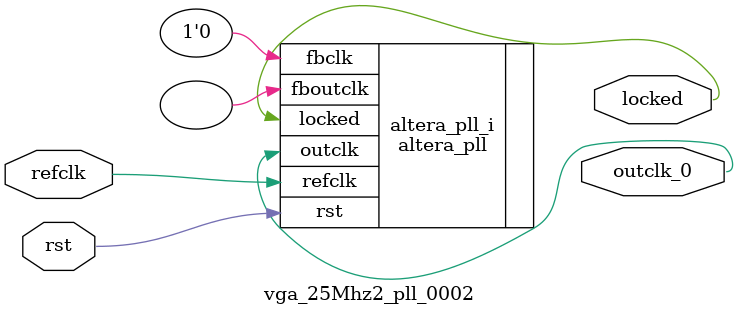
<source format=v>
`timescale 1ns/10ps
module  vga_25Mhz2_pll_0002(

	// interface 'refclk'
	input wire refclk,

	// interface 'reset'
	input wire rst,

	// interface 'outclk0'
	output wire outclk_0,

	// interface 'locked'
	output wire locked
);

	altera_pll #(
		.fractional_vco_multiplier("false"),
		.reference_clock_frequency("50.0 MHz"),
		.operation_mode("direct"),
		.number_of_clocks(1),
		.output_clock_frequency0("25.200000 MHz"),
		.phase_shift0("0 ps"),
		.duty_cycle0(50),
		.output_clock_frequency1("0 MHz"),
		.phase_shift1("0 ps"),
		.duty_cycle1(50),
		.output_clock_frequency2("0 MHz"),
		.phase_shift2("0 ps"),
		.duty_cycle2(50),
		.output_clock_frequency3("0 MHz"),
		.phase_shift3("0 ps"),
		.duty_cycle3(50),
		.output_clock_frequency4("0 MHz"),
		.phase_shift4("0 ps"),
		.duty_cycle4(50),
		.output_clock_frequency5("0 MHz"),
		.phase_shift5("0 ps"),
		.duty_cycle5(50),
		.output_clock_frequency6("0 MHz"),
		.phase_shift6("0 ps"),
		.duty_cycle6(50),
		.output_clock_frequency7("0 MHz"),
		.phase_shift7("0 ps"),
		.duty_cycle7(50),
		.output_clock_frequency8("0 MHz"),
		.phase_shift8("0 ps"),
		.duty_cycle8(50),
		.output_clock_frequency9("0 MHz"),
		.phase_shift9("0 ps"),
		.duty_cycle9(50),
		.output_clock_frequency10("0 MHz"),
		.phase_shift10("0 ps"),
		.duty_cycle10(50),
		.output_clock_frequency11("0 MHz"),
		.phase_shift11("0 ps"),
		.duty_cycle11(50),
		.output_clock_frequency12("0 MHz"),
		.phase_shift12("0 ps"),
		.duty_cycle12(50),
		.output_clock_frequency13("0 MHz"),
		.phase_shift13("0 ps"),
		.duty_cycle13(50),
		.output_clock_frequency14("0 MHz"),
		.phase_shift14("0 ps"),
		.duty_cycle14(50),
		.output_clock_frequency15("0 MHz"),
		.phase_shift15("0 ps"),
		.duty_cycle15(50),
		.output_clock_frequency16("0 MHz"),
		.phase_shift16("0 ps"),
		.duty_cycle16(50),
		.output_clock_frequency17("0 MHz"),
		.phase_shift17("0 ps"),
		.duty_cycle17(50),
		.pll_type("General"),
		.pll_subtype("General")
	) altera_pll_i (
		.rst	(rst),
		.outclk	({outclk_0}),
		.locked	(locked),
		.fboutclk	( ),
		.fbclk	(1'b0),
		.refclk	(refclk)
	);
endmodule


</source>
